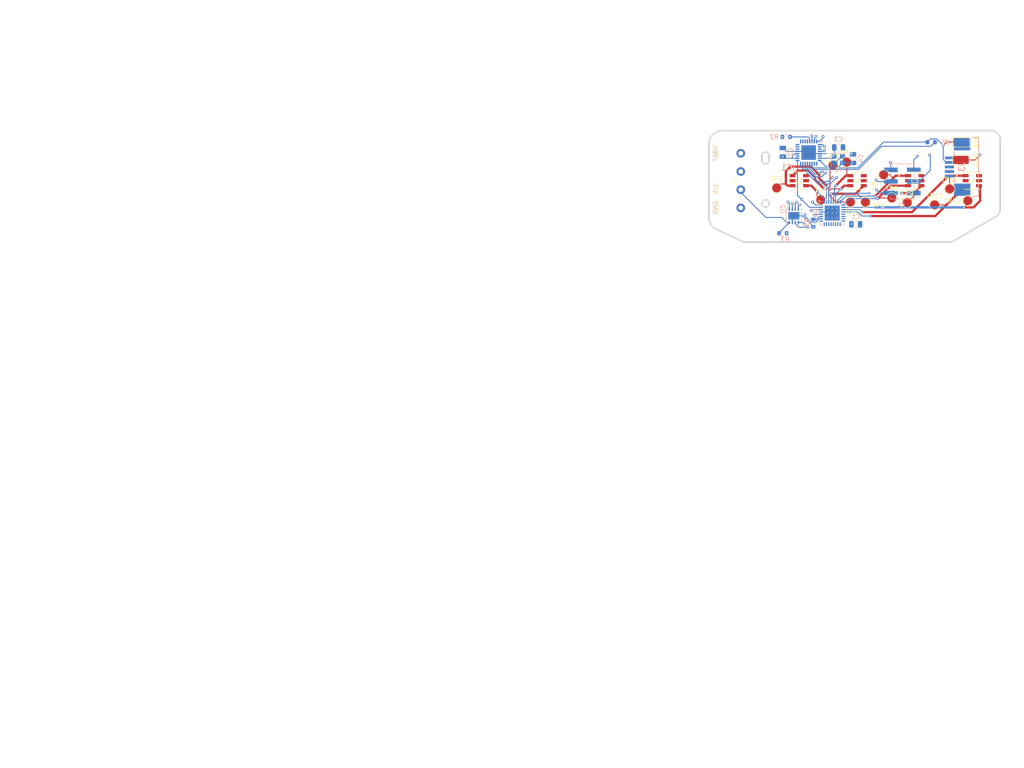
<source format=kicad_pcb>
(kicad_pcb (version 20241229) (generator "pcbnew") (generator_version "9.0")
  (layers (0 "F.Cu" signal) (4 "In1.Cu" signal) (6 "In2.Cu" signal) (2 "B.Cu" signal) (13 "F.Paste" user) (15 "B.Paste" user) (5 "F.SilkS" user "F.Silkscreen") (7 "B.SilkS" user "B.Silkscreen") (1 "F.Mask" user) (3 "B.Mask" user) (25 "Edge.Cuts" user))
  (net 0 "")
  (net 1 "+5V")
  (net 2 "GND")
  (net 3 "/uController/XTAL1")
  (net 4 "/uController/XTAL2")
  (net 7 "/uController/RST")
  (net 8 "/uController/MOSI")
  (net 9 "/LED_Driver/LAT")
  (net 11 "/uController/RSTN")
  (net 15 "/uController/TX")
  (net 16 "/LED_Driver/BLANK")
  (net 21 "/uController/SCK")
  (net 23 "/uController/EN")
  (net 24 "/uController/MISO")
  (net 27 "/uController/RX")
  (net 28 "+12V")
  (net 29 "/LED_Driver/R0")
  (net 30 "/LED_Driver/B0")
  (net 31 "/LED_Driver/G0")
  (net 32 "/LED_Driver/R1")
  (net 33 "/LED_Driver/G1")
  (net 34 "/LED_Driver/B1")
  (net 35 "/LED_Driver/B2")
  (net 36 "/LED_Driver/G2")
  (net 37 "/LED_Driver/R2")
  (net 38 "/LED_Driver/R3")
  (net 39 "/LED_Driver/G3")
  (net 40 "/LED_Driver/B3")
  (net 41 "Net-(U1-IREF)")
  (net 42 "/uController/LIN")
  (net 43 "/LED_Driver/B7")
  (net 44 "/LED_Driver/G6")
  (net 45 "/LED_Driver/SOUT")
  (net 46 "/LED_Driver/G4")
  (net 47 "/LED_Driver/R5")
  (net 48 "/LED_Driver/G7")
  (net 49 "/LED_Driver/B6")
  (net 50 "/LED_Driver/G5")
  (net 51 "/LED_Driver/R7")
  (net 52 "/LED_Driver/R4")
  (net 53 "/LED_Driver/B5")
  (net 54 "/LED_Driver/B4")
  (net 55 "/LED_Driver/R6")
  (net 56 "Net-(IC1-(PTCXY{slash}AIN1)_PD7)")
  (net 57 "Net-(IC1-(ICP1{slash}CLKO{slash}PTCXY)_PB0)")
  (footprint "00_RA_Library:LRTB GVSG_OSR" (layer "F.Cu") (at 258.39 142.7)
    (property "Reference" "L4")
    (property "Value" "RGB_LRTB")
  )
  (footprint "TestPoint:TestPoint_Keystone_5015_Micro_Mini" (layer "F.Cu") (at 255.93 134.21)
    (property "Reference" "BTN")
    (property "Value" "TestPoint_Keystone_5015_Micro_Mini")
  )
  (footprint "00_RA_Library:LRTB GVSG_OSR" (layer "F.Cu") (at 220.374999 142.7)
    (property "Reference" "L1")
    (property "Value" "RGB_LRTB")
  )
  (footprint "TestPoint:TestPoint_Pad_D2.0mm" (layer "F.Cu") (at 240.7 146.5)
    (property "Reference" "TP8")
    (property "Value" "TestPoint")
  )
  (footprint "TestPoint:TestPoint_Pad_D2.0mm" (layer "F.Cu") (at 244.1 147.5)
    (property "Reference" "TP9")
    (property "Value" "TestPoint")
  )
  (footprint "TestPoint:TestPoint_Pad_D2.0mm" (layer "F.Cu") (at 238.9 141.4)
    (property "Reference" "TP7")
    (property "Value" "TestPoint")
  )
  (footprint "TestPoint:TestPoint_Pad_D2.0mm" (layer "F.Cu") (at 225.1 146.9)
    (property "Reference" "TP3")
    (property "Value" "TestPoint")
  )
  (footprint "00_RA_Library:LRTB GVSG_OSR" (layer "F.Cu") (at 245.73 142.7)
    (property "Reference" "L3")
    (property "Value" "RGB_LRTB")
  )
  (footprint "00_RA_Library:LRTB GVSG_OSR" (layer "F.Cu") (at 233.06 142.7)
    (property "Reference" "L2")
    (property "Value" "RGB_LRTB")
  )
  (footprint "TestPoint:TestPoint_Keystone_5015_Micro_Mini" (layer "F.Cu") (at 255.89 138.15)
    (property "Reference" "GND")
    (property "Value" "TestPoint_Keystone_5015_Micro_Mini")
  )
  (footprint "TestPoint:TestPoint_Pad_D2.0mm" (layer "F.Cu") (at 230.8 138.6)
    (property "Reference" "TP4")
    (property "Value" "TestPoint")
  )
  (footprint "TestPoint:TestPoint_Pad_D2.0mm" (layer "F.Cu") (at 234.9 147.4)
    (property "Reference" "TP6")
    (property "Value" "TestPoint")
  )
  (footprint "TestPoint:TestPoint_Pad_D2.0mm" (layer "F.Cu") (at 231.6 147.4)
    (property "Reference" "TP5")
    (property "Value" "TestPoint")
  )
  (footprint "TestPoint:TestPoint_Pad_D2.0mm" (layer "F.Cu") (at 257.4 147.1)
    (property "Reference" "TP12")
    (property "Value" "TestPoint")
  )
  (footprint "TestPoint:TestPoint_Pad_D2.0mm" (layer "F.Cu") (at 250.1 148)
    (property "Reference" "TP11")
    (property "Value" "TestPoint")
  )
  (footprint "00_RA_Library:MCON1.2-4" (layer "F.Cu") (at 204.510005 142.679893 90)
    (property "Reference" "J1")
    (property "Value" "Conn_01x04_Pin")
  )
  (footprint "TestPoint:TestPoint_Pad_D2.0mm" (layer "F.Cu") (at 253.4 144.5)
    (property "Reference" "TP10")
    (property "Value" "TestPoint")
  )
  (footprint "TestPoint:TestPoint_Pad_D2.0mm" (layer "F.Cu") (at 227.8 139.3)
    (property "Reference" "TP1")
    (property "Value" "TestPoint")
  )
  (footprint "TestPoint:TestPoint_Pad_D2.0mm" (layer "F.Cu") (at 215.4 144.3)
    (property "Reference" "TP2")
    (property "Value" "TestPoint")
  )
  (footprint "00_RA_Library:HVSON8_3X3_NXP" (layer "B.Cu") (at 219.1694 150.4192 90)
    (property "Reference" "U2")
    (property "Value" "TJA1028TK/5V0/20/J")
  )
  (footprint "Capacitor_SMD:C_0805_2012Metric" (layer "B.Cu") (at 229.01 135.4)
    (property "Reference" "C3")
    (property "Value" "22 pF")
  )
  (footprint "Connector_PinSocket_2.54mm:PinSocket_2x03_P2.54mm_Vertical_SMD" (layer "B.Cu") (at 243.01 142.87)
    (property "Reference" "J2")
    (property "Value" "FLASH")
  )
  (footprint "Crystal:Crystal_SMD_2520-4Pin_2.5x2.0mm" (layer "B.Cu") (at 229.005 138.09)
    (property "Reference" "Y1")
    (property "Value" "Crystal_GND24")
  )
  (footprint "00_RA_Library:849525" (layer "B.Cu") (at 256.56 139.69 -90)
    (property "Reference" "J3")
    (property "Value" "84952-5" (hide yes))
  )
  (footprint "Resistor_SMD:R_0603_1608Metric" (layer "B.Cu") (at 217.5 133.08)
    (property "Reference" "R2")
    (property "Value" "10k")
  )
  (footprint "Capacitor_SMD:C_0805_2012Metric" (layer "B.Cu") (at 232.78 152.29 180)
    (property "Reference" "C1")
    (property "Value" "0.1uF")
  )
  (footprint "Resistor_SMD:R_0603_1608Metric" (layer "B.Cu") (at 216.75 154.25 180)
    (property "Reference" "R3")
    (property "Value" "1k")
  )
  (footprint "Capacitor_SMD:C_0805_2012Metric" (layer "B.Cu") (at 216.75 136.46 90)
    (property "Reference" "C2")
    (property "Value" "10 uF")
  )
  (footprint "Resistor_SMD:R_0603_1608Metric" (layer "B.Cu") (at 223.46 152.02 -90)
    (property "Reference" "R1")
    (property "Value" "1.6k")
  )
  (footprint "00_RA_Library:QFN50P500X500X90-33N-D" (layer "B.Cu") (at 222.42 136.52 180)
    (property "Reference" "IC1")
    (property "Value" "ATMEGA328PB-MUR" (hide yes))
  )
  (footprint "Resistor_SMD:R_0603_1608Metric" (layer "B.Cu") (at 249.36 134.23 180)
    (property "Reference" "R5")
    (property "Value" "10k")
  )
  (footprint "Package_DFN_QFN:QFN-32-1EP_5x5mm_P0.5mm_EP3.3x3.3mm_ThermalVias" (layer "B.Cu") (at 227.6 149.8125 -90)
    (property "Reference" "U1")
    (property "Value" "TLC5947RHB")
  )
  (footprint "Capacitor_SMD:C_0805_2012Metric" (layer "B.Cu") (at 232.17 137.86 90)
    (property "Reference" "C4")
    (property "Value" "22 pF")
  )
  (gr_arc (start 262.51 131.679847) (mid 263.924197 132.265636) (end 264.51 133.679847) (stroke (width 0.35)) (layer "Edge.Cuts"))
  (gr_arc (start 208.639915 156.199681) (mid 208.204128 156.163442) (end 207.793789 156.012296) (stroke (width 0.35)) (layer "Edge.Cuts"))
  (gr_line (start 254.351337 155.911917) (end 263.50998 150.624312) (stroke (width 0.35)) (layer "Edge.Cuts"))
  (gr_arc (start 202.232189 153.418871) (mid 200.969817 152.311821) (end 200.5 150.699878) (stroke (width 0.35)) (layer "Edge.Cuts"))
  (gr_line (start 200.499953 150.699878) (end 200.499953 134.700122) (stroke (width 0.35)) (layer "Edge.Cuts"))
  (gr_arc (start 213.747255 138.195852) (mid 212.95141 139.000017) (end 212.14728 138.204195) (stroke (width 0.35)) (layer "Edge.Cuts"))
  (gr_line (start 212.14728 137.200047) (end 212.14728 138.204195) (stroke (width 0.35)) (layer "Edge.Cuts"))
  (gr_circle (center 212.947268 147.7) (end 213.747268 147.7) (stroke (width 0.35)) (fill no) (layer "Edge.Cuts"))
  (gr_line (start 264.51 148.89225) (end 264.51 133.679847) (stroke (width 0.35)) (layer "Edge.Cuts"))
  (gr_line (start 213.747255 138.195852) (end 213.747255 137.2) (stroke (width 0.35)) (layer "Edge.Cuts"))
  (gr_arc (start 254.351337 155.911917) (mid 253.868981 156.111702) (end 253.351357 156.179855) (stroke (width 0.35)) (layer "Edge.Cuts"))
  (gr_arc (start 200.5 134.700122) (mid 201.384583 132.572851) (end 203.516713 131.700046) (stroke (width 0.35)) (layer "Edge.Cuts"))
  (gr_line (start 207.793789 156.012296) (end 202.232192 153.418872) (stroke (width 0.35)) (layer "Edge.Cuts"))
  (gr_arc (start 264.51 148.89225) (mid 264.242047 149.892252) (end 263.50998 150.624312) (stroke (width 0.35)) (layer "Edge.Cuts"))
  (gr_arc (start 212.14728 137.200047) (mid 212.947214 136.400042) (end 213.747268 137.2) (stroke (width 0.35)) (layer "Edge.Cuts"))
  (gr_line (start 203.516713 131.70004) (end 262.51 131.679847) (stroke (width 0.35)) (layer "Edge.Cuts"))
  (gr_line (start 253.351357 156.179855) (end 208.639915 156.199681) (stroke (width 0.35)) (layer "Edge.Cuts"))
  (gr_text "GND" (at 202.650005 150.079852 90) (layer "F.SilkS") (effects (font (size 1 1) (thickness 0.1)) (justify left bottom)))
  (gr_text "LIN" (at 202.650005 145.579852 90) (layer "F.SilkS") (effects (font (size 1 1) (thickness 0.1)) (justify left bottom)))
  (gr_text "VBAT" (at 202.650005 138.179852 90) (layer "F.SilkS") (effects (font (size 1 1) (thickness 0.1)) (justify left bottom)))
  (gr_text "LIN" (at 202.550005 143.379852 90) (layer "B.SilkS") (effects (font (size 1 1) (thickness 0.1)) (justify left bottom mirror)))
  (gr_text "VBAT" (at 202.550005 134.979852 90) (layer "B.SilkS") (effects (font (size 1 1) (thickness 0.1)) (justify left bottom mirror)))
  (gr_text "GND" (at 202.550005 147.079852 90) (layer "B.SilkS") (effects (font (size 1 1) (thickness 0.1)) (justify left bottom mirror)))
  (via (at 231.85 152.21) (size 0.6) (drill 0.3) (layers "F.Cu" "B.Cu") (net 1))
  (via (at 216.675 133.08) (size 0.6) (drill 0.3) (layers "F.Cu" "B.Cu") (net 1))
  (via (at 216.75 137.41) (size 0.6) (drill 0.3) (layers "F.Cu" "B.Cu") (net 1))
  (via (at 220.44 148) (size 0.6) (drill 0.3) (layers "F.Cu" "B.Cu") (net 1))
  (via (at 223.77 150.29) (size 0.6) (drill 0.3) (layers "F.Cu" "B.Cu") (net 1))
  (via (at 225.898909 136.048909) (size 0.6) (drill 0.3) (layers "F.Cu" "B.Cu") (net 1))
  (via (at 246.31 137.32) (size 0.6) (drill 0.3) (layers "F.Cu" "B.Cu") (net 1))
  (segment (start 245.53 140.33) (end 245.53 140.04) (width 0.2) (layer "B.Cu") (net 1))
  (segment (start 225.801091 136.048909) (end 225.58 136.27) (width 0.2) (layer "B.Cu") (net 1))
  (segment (start 219.97 136.77) (end 219.345 136.77) (width 0.2) (layer "B.Cu") (net 1))
  (segment (start 225.1625 150.0625) (end 223.9975 150.0625) (width 0.2) (layer "B.Cu") (net 1))
  (segment (start 219.345 136.77) (end 218.83 137.285) (width 0.2) (layer "B.Cu") (net 1))
  (segment (start 218.83 137.285) (end 218.83 137.77) (width 0.2) (layer "B.Cu") (net 1))
  (segment (start 223.9975 150.0625) (end 223.77 150.29) (width 0.2) (layer "B.Cu") (net 1))
  (segment (start 218.83 137.77) (end 219.97 137.77) (width 0.2) (layer "B.Cu") (net 1))
  (segment (start 225.58 136.27) (end 224.87 136.27) (width 0.2) (layer "B.Cu") (net 1))
  (segment (start 217.11 137.77) (end 218.83 137.77) (width 0.2) (layer "B.Cu") (net 1))
  (segment (start 245.53 138.1) (end 246.31 137.32) (width 0.2) (layer "B.Cu") (net 1))
  (segment (start 231.83 152.23) (end 231.85 152.21) (width 0.2) (layer "B.Cu") (net 1))
  (segment (start 225.898909 136.048909) (end 225.801091 136.048909) (width 0.2) (layer "B.Cu") (net 1))
  (segment (start 220.16 148.9484) (end 220.16 148.28) (width 0.2) (layer "B.Cu") (net 1))
  (segment (start 216.75 137.41) (end 217.11 137.77) (width 0.2) (layer "B.Cu") (net 1))
  (segment (start 245.53 140.33) (end 245.53 138.1) (width 0.2) (layer "B.Cu") (net 1))
  (segment (start 220.16 148.28) (end 220.44 148) (width 0.2) (layer "B.Cu") (net 1))
  (segment (start 231.83 152.29) (end 231.83 152.23) (width 0.2) (layer "B.Cu") (net 1))
  (segment (start 255.89 138.15) (end 258.93 138.15) (width 0.2) (layer "F.Cu") (net 2))
  (segment (start 258.93 138.15) (end 260.05 137.03) (width 0.2) (layer "F.Cu") (net 2))
  (via (at 223.46 152.845) (size 0.6) (drill 0.3) (layers "F.Cu" "B.Cu") (net 2))
  (via (at 260.05 137.03) (size 0.6) (drill 0.3) (layers "F.Cu" "B.Cu") (net 2))
  (segment (start 219.97 136.27) (end 222.17 136.27) (width 0.2) (layer "B.Cu") (net 2))
  (segment (start 221.06946 150.4192) (end 223.46 152.80974) (width 0.2) (layer "B.Cu") (net 2))
  (segment (start 217.51 136.27) (end 216.75 135.51) (width 0.2) (layer "B.Cu") (net 2))
  (segment (start 219.1694 150.4192) (end 221.06946 150.4192) (width 0.2) (layer "B.Cu") (net 2))
  (segment (start 224.87 136.77) (end 226.39 136.77) (width 0.2) (layer "B.Cu") (net 2))
  (segment (start 218.8392 150.7494) (end 219.1694 150.4192) (width 0.2) (layer "B.Cu") (net 2))
  (segment (start 228.13 138.79) (end 228.205 138.79) (width 0.2) (layer "B.Cu") (net 2))
  (segment (start 219.97 136.27) (end 217.51 136.27) (width 0.2) (layer "B.Cu") (net 2))
  (segment (start 224.87 136.77) (end 222.67 136.77) (width 0.2) (layer "B.Cu") (net 2))
  (segment (start 228.205 138.79) (end 229.605 137.39) (width 0.2) (layer "B.Cu") (net 2))
  (segment (start 218.8392 151.89) (end 218.8392 150.7494) (width 0.2) (layer "B.Cu") (net 2))
  (segment (start 225.1625 149.5625) (end 227.35 149.5625) (width 0.2) (layer "B.Cu") (net 2))
  (segment (start 222.67 136.77) (end 222.42 136.52) (width 0.2) (layer "B.Cu") (net 2))
  (segment (start 223.46 152.80974) (end 223.46 152.845) (width 0.2) (layer "B.Cu") (net 2))
  (segment (start 229.605 137.39) (end 229.88 137.39) (width 0.2) (layer "B.Cu") (net 2))
  (segment (start 227.35 149.5625) (end 227.6 149.8125) (width 0.2) (layer "B.Cu") (net 2))
  (segment (start 222.17 136.27) (end 222.42 136.52) (width 0.2) (layer "B.Cu") (net 2))
  (segment (start 228.13 137.39) (end 228.13 135.47) (width 0.2) (layer "B.Cu") (net 3))
  (segment (start 227.75 137.77) (end 228.13 137.39) (width 0.2) (layer "B.Cu") (net 3))
  (segment (start 224.87 137.77) (end 227.75 137.77) (width 0.2) (layer "B.Cu") (net 3))
  (segment (start 228.13 135.47) (end 228.06 135.4) (width 0.2) (layer "B.Cu") (net 3))
  (segment (start 232.15 138.79) (end 232.17 138.81) (width 0.2) (layer "B.Cu") (net 4))
  (segment (start 224.87 138.27) (end 226.141 139.541) (width 0.2) (layer "B.Cu") (net 4))
  (segment (start 229.129 139.541) (end 229.88 138.79) (width 0.2) (layer "B.Cu") (net 4))
  (segment (start 226.141 139.541) (end 229.129 139.541) (width 0.2) (layer "B.Cu") (net 4))
  (segment (start 229.88 138.79) (end 232.15 138.79) (width 0.2) (layer "B.Cu") (net 4))
  (via (at 218.325 133.08) (size 0.6) (drill 0.3) (layers "F.Cu" "B.Cu") (net 7))
  (via (at 249 137.09) (size 0.6) (drill 0.3) (layers "F.Cu" "B.Cu") (net 7))
  (segment (start 246.7 142.87) (end 245.53 142.87) (width 0.2) (layer "B.Cu") (net 7))
  (segment (start 218.325 133.08) (end 222.305 133.08) (width 0.2) (layer "B.Cu") (net 7))
  (segment (start 222.305 133.08) (end 222.67 133.445) (width 0.2) (layer "B.Cu") (net 7))
  (segment (start 249.16 140.41) (end 246.7 142.87) (width 0.2) (layer "B.Cu") (net 7))
  (segment (start 249 137.09) (end 249.16 137.25) (width 0.2) (layer "B.Cu") (net 7))
  (segment (start 222.67 133.445) (end 222.67 134.07) (width 0.2) (layer "B.Cu") (net 7))
  (segment (start 249.16 137.25) (end 249.16 140.41) (width 0.2) (layer "B.Cu") (net 7))
  (via (at 227.66 141.98) (size 0.6) (drill 0.3) (layers "F.Cu" "B.Cu") (net 8))
  (via (at 223.27 147.38) (size 0.6) (drill 0.3) (layers "F.Cu" "B.Cu") (net 8))
  (via (at 237.26 142.57) (size 0.6) (drill 0.3) (layers "F.Cu" "B.Cu") (net 8))
  (segment (start 226.78 142.86) (end 224.431388 142.86) (width 0.2) (layer "B.Cu") (net 8))
  (segment (start 227.66 141.98) (end 226.78 142.86) (width 0.2) (layer "B.Cu") (net 8))
  (segment (start 240.49 142.87) (end 237.56 142.87) (width 0.2) (layer "B.Cu") (net 8))
  (segment (start 224.431388 142.86) (end 221.17 139.598612) (width 0.2) (layer "B.Cu") (net 8))
  (segment (start 223.9525 148.0625) (end 225.1625 148.0625) (width 0.2) (layer "B.Cu") (net 8))
  (segment (start 221.17 139.598612) (end 221.17 138.97) (width 0.2) (layer "B.Cu") (net 8))
  (segment (start 237.56 142.87) (end 237.26 142.57) (width 0.2) (layer "B.Cu") (net 8))
  (segment (start 223.27 147.38) (end 223.9525 148.0625) (width 0.2) (layer "B.Cu") (net 8))
  (via (at 221.6 150.15) (size 0.6) (drill 0.3) (layers "F.Cu" "B.Cu") (net 9))
  (via (at 226.18 140.98) (size 0.6) (drill 0.3) (layers "F.Cu" "B.Cu") (net 9))
  (segment (start 223.996412 151.846) (end 222.992648 151.846) (width 0.2) (layer "B.Cu") (net 9))
  (segment (start 225.1625 151.0625) (end 224.779912 151.0625) (width 0.2) (layer "B.Cu") (net 9))
  (segment (start 221.6 150.453352) (end 221.6 150.15) (width 0.2) (layer "B.Cu") (net 9))
  (segment (start 224.46 141.86) (end 223.935 141.86) (width 0.2) (layer "B.Cu") (net 9))
  (segment (start 226.18 140.98) (end 225.31 141.85) (width 0.2) (layer "B.Cu") (net 9))
  (segment (start 224.47 141.85) (end 224.46 141.86) (width 0.2) (layer "B.Cu") (net 9))
  (segment (start 223.935 141.86) (end 221.67 139.595) (width 0.2) (layer "B.Cu") (net 9))
  (segment (start 221.67 139.595) (end 221.67 138.97) (width 0.2) (layer "B.Cu") (net 9))
  (segment (start 225.31 141.85) (end 224.47 141.85) (width 0.2) (layer "B.Cu") (net 9))
  (segment (start 222.992648 151.846) (end 221.6 150.453352) (width 0.2) (layer "B.Cu") (net 9))
  (segment (start 224.779912 151.0625) (end 223.996412 151.846) (width 0.2) (layer "B.Cu") (net 9))
  (via (at 219.82 147.43) (size 0.6) (drill 0.3) (layers "F.Cu" "B.Cu") (net 11))
  (via (at 225.61 132.98) (size 0.6) (drill 0.3) (layers "F.Cu" "B.Cu") (net 11))
  (segment (start 224.77 134.07) (end 224.17 134.07) (width 0.2) (layer "B.Cu") (net 11))
  (segment (start 219.4996 147.7504) (end 219.82 147.43) (width 0.2) (layer "B.Cu") (net 11))
  (segment (start 225.61 132.98) (end 225.61 133.23) (width 0.2) (layer "B.Cu") (net 11))
  (segment (start 225.61 133.23) (end 224.77 134.07) (width 0.2) (layer "B.Cu") (net 11))
  (segment (start 219.4996 148.9484) (end 219.4996 147.7504) (width 0.2) (layer "B.Cu") (net 11))
  (via (at 218.89 147.76) (size 0.6) (drill 0.3) (layers "F.Cu" "B.Cu") (net 15))
  (via (at 224.02 132.99) (size 0.6) (drill 0.3) (layers "F.Cu" "B.Cu") (net 15))
  (segment (start 224.02 133.18) (end 223.67 133.53) (width 0.2) (layer "B.Cu") (net 15))
  (segment (start 224.02 132.99) (end 224.02 133.18) (width 0.2) (layer "B.Cu") (net 15))
  (segment (start 223.67 133.53) (end 223.67 134.07) (width 0.2) (layer "B.Cu") (net 15))
  (segment (start 218.8392 147.8108) (end 218.89 147.76) (width 0.2) (layer "B.Cu") (net 15))
  (segment (start 218.8392 148.9484) (end 218.8392 147.8108) (width 0.2) (layer "B.Cu") (net 15))
  (via (at 222.98 149.27) (size 0.6) (drill 0.3) (layers "F.Cu" "B.Cu") (net 16))
  (via (at 225.453686 140.793) (size 0.6) (drill 0.3) (layers "F.Cu" "B.Cu") (net 16))
  (segment (start 224.471 141.299) (end 223.874 141.299) (width 0.2) (layer "B.Cu") (net 16))
  (segment (start 225.1625 149.0625) (end 223.1875 149.0625) (width 0.2) (layer "B.Cu") (net 16))
  (segment (start 223.1875 149.0625) (end 222.98 149.27) (width 0.2) (layer "B.Cu") (net 16))
  (segment (start 223.874 141.299) (end 222.17 139.595) (width 0.2) (layer "B.Cu") (net 16))
  (segment (start 222.17 139.595) (end 222.17 138.97) (width 0.2) (layer "B.Cu") (net 16))
  (segment (start 225.453686 140.793) (end 224.977 140.793) (width 0.2) (layer "B.Cu") (net 16))
  (segment (start 224.977 140.793) (end 224.471 141.299) (width 0.2) (layer "B.Cu") (net 16))
  (via (at 240.4 138.73) (size 0.6) (drill 0.3) (layers "F.Cu" "B.Cu") (net 21))
  (via (at 220.84 146.78) (size 0.6) (drill 0.3) (layers "F.Cu" "B.Cu") (net 21))
  (segment (start 240.49 140.33) (end 240.49 138.82) (width 0.2) (layer "B.Cu") (net 21))
  (segment (start 220.84 146.78) (end 219.97 145.91) (width 0.2) (layer "B.Cu") (net 21))
  (segment (start 225.1625 148.5625) (end 222.6225 148.5625) (width 0.2) (layer "B.Cu") (net 21))
  (segment (start 222.6225 148.5625) (end 220.84 146.78) (width 0.2) (layer "B.Cu") (net 21))
  (segment (start 219.97 145.91) (end 219.97 138.27) (width 0.2) (layer "B.Cu") (net 21))
  (segment (start 240.49 138.82) (end 240.4 138.73) (width 0.2) (layer "B.Cu") (net 21))
  (via (at 222.259 152.931) (size 0.6) (drill 0.3) (layers "F.Cu" "B.Cu") (net 23))
  (via (at 225.94 135.23) (size 0.6) (drill 0.3) (layers "F.Cu" "B.Cu") (net 23))
  (segment (start 225.94 135.23) (end 225.48 134.77) (width 0.2) (layer "B.Cu") (net 23))
  (segment (start 220.314801 152.931) (end 222.259 152.931) (width 0.2) (layer "B.Cu") (net 23))
  (segment (start 225.48 134.77) (end 224.87 134.77) (width 0.2) (layer "B.Cu") (net 23))
  (segment (start 219.4996 152.115799) (end 220.314801 152.931) (width 0.2) (layer "B.Cu") (net 23))
  (segment (start 219.4996 151.89) (end 219.4996 152.115799) (width 0.2) (layer "B.Cu") (net 23))
  (via (at 228.62 142) (size 0.6) (drill 0.3) (layers "F.Cu" "B.Cu") (net 24))
  (via (at 237.28 144.69) (size 0.6) (drill 0.3) (layers "F.Cu" "B.Cu") (net 24))
  (segment (start 228.57 142) (end 227.16 143.41) (width 0.2) (layer "B.Cu") (net 24))
  (segment (start 238 145.41) (end 237.28 144.69) (width 0.2) (layer "B.Cu") (net 24))
  (segment (start 220.67 139.595) (end 220.67 138.97) (width 0.2) (layer "B.Cu") (net 24))
  (segment (start 227.16 143.41) (end 224.485 143.41) (width 0.2) (layer "B.Cu") (net 24))
  (segment (start 224.485 143.41) (end 220.67 139.595) (width 0.2) (layer "B.Cu") (net 24))
  (segment (start 228.62 142) (end 228.57 142) (width 0.2) (layer "B.Cu") (net 24))
  (segment (start 240.49 145.41) (end 238 145.41) (width 0.2) (layer "B.Cu") (net 24))
  (via (at 217.87 147.41) (size 0.6) (drill 0.3) (layers "F.Cu" "B.Cu") (net 27))
  (via (at 223.11 132.83) (size 0.6) (drill 0.3) (layers "F.Cu" "B.Cu") (net 27))
  (segment (start 223.11 132.83) (end 223.11 133.06) (width 0.2) (layer "B.Cu") (net 27))
  (segment (start 223.11 133.06) (end 223.17 133.12) (width 0.2) (layer "B.Cu") (net 27))
  (segment (start 218.1788 147.7188) (end 217.87 147.41) (width 0.2) (layer "B.Cu") (net 27))
  (segment (start 223.17 133.12) (end 223.17 134.07) (width 0.2) (layer "B.Cu") (net 27))
  (segment (start 218.1788 148.9484) (end 218.1788 147.7188) (width 0.2) (layer "B.Cu") (net 27))
  (via (at 221.6 152.38) (size 0.6) (drill 0.3) (layers "F.Cu" "B.Cu") (net 28))
  (via (at 217.575 154.25) (size 0.6) (drill 0.3) (layers "F.Cu" "B.Cu") (net 28))
  (segment (start 220.16 151.89) (end 221.11 151.89) (width 0.2) (layer "B.Cu") (net 28))
  (segment (start 221.11 151.89) (end 221.6 152.38) (width 0.2) (layer "B.Cu") (net 28))
  (segment (start 225.1 146.9) (end 224.25 146.05) (width 0.2) (layer "F.Cu") (net 29))
  (segment (start 223.01 143.8) (end 224.25 145.04) (width 0.5) (layer "F.Cu") (net 29))
  (segment (start 224.25 146.05) (end 224.25 145.04) (width 0.2) (layer "F.Cu") (net 29))
  (segment (start 221.85 143.8) (end 223.01 143.8) (width 0.5) (layer "F.Cu") (net 29))
  (via (at 224.25 145.04) (size 0.6) (drill 0.3) (layers "F.Cu" "B.Cu") (net 29))
  (segment (start 224.25 145.06) (end 225.85 146.66) (width 0.2) (layer "B.Cu") (net 29))
  (segment (start 225.85 146.66) (end 225.85 147.375) (width 0.2) (layer "B.Cu") (net 29))
  (segment (start 224.25 145.04) (end 224.25 145.06) (width 0.2) (layer "B.Cu") (net 29))
  (segment (start 216.28 143.42) (end 217.42 143.42) (width 0.2) (layer "F.Cu") (net 30))
  (segment (start 222.93 139.61) (end 218.43 139.61) (width 0.5) (layer "F.Cu") (net 30))
  (segment (start 224.752654 141.432654) (end 222.93 139.61) (width 0.5) (layer "F.Cu") (net 30))
  (segment (start 226.527528 143.979254) (end 224.752654 142.20438) (width 0.5) (layer "F.Cu") (net 30))
  (segment (start 218.43 139.61) (end 217.42 140.62) (width 0.5) (layer "F.Cu") (net 30))
  (segment (start 217.42 143.42) (end 217.8 143.8) (width 0.5) (layer "F.Cu") (net 30))
  (segment (start 217.8 143.8) (end 218.899998 143.8) (width 0.5) (layer "F.Cu") (net 30))
  (segment (start 215.4 144.3) (end 216.28 143.42) (width 0.2) (layer "F.Cu") (net 30))
  (segment (start 224.752654 142.20438) (end 224.752654 141.432654) (width 0.5) (layer "F.Cu") (net 30))
  (segment (start 217.42 140.62) (end 217.42 143.42) (width 0.5) (layer "F.Cu") (net 30))
  (via (at 226.527528 143.979254) (size 0.6) (drill 0.3) (layers "F.Cu" "B.Cu") (net 30))
  (segment (start 226.527528 143.979254) (end 226.85 144.301726) (width 0.2) (layer "B.Cu") (net 30))
  (segment (start 226.85 144.301726) (end 226.85 147.375) (width 0.2) (layer "B.Cu") (net 30))
  (segment (start 222.31 140.46) (end 220.039998 140.46) (width 0.5) (layer "F.Cu") (net 31))
  (segment (start 220.039998 140.46) (end 218.899998 141.6) (width 0.5) (layer "F.Cu") (net 31))
  (segment (start 223.84 141.99) (end 222.31 140.46) (width 0.5) (layer "F.Cu") (net 31))
  (segment (start 225.9 144.39) (end 225.7 144.39) (width 0.5) (layer "F.Cu") (net 31))
  (segment (start 226.75576 144.530254) (end 227.109 144.177014) (width 0.2) (layer "F.Cu") (net 31))
  (segment (start 227.109 144.177014) (end 227.109 139.991) (width 0.2) (layer "F.Cu") (net 31))
  (segment (start 225.9 144.39) (end 226.040254 144.530254) (width 0.2) (layer "F.Cu") (net 31))
  (segment (start 225.7 144.39) (end 223.84 142.53) (width 0.5) (layer "F.Cu") (net 31))
  (segment (start 226.040254 144.530254) (end 226.75576 144.530254) (width 0.2) (layer "F.Cu") (net 31))
  (segment (start 223.84 142.53) (end 223.84 141.99) (width 0.5) (layer "F.Cu") (net 31))
  (segment (start 227.109 139.991) (end 227.8 139.3) (width 0.2) (layer "F.Cu") (net 31))
  (via (at 225.9 144.39) (size 0.6) (drill 0.3) (layers "F.Cu" "B.Cu") (net 31))
  (segment (start 225.9 144.39) (end 226.35 144.84) (width 0.2) (layer "B.Cu") (net 31))
  (segment (start 226.35 144.84) (end 226.35 147.375) (width 0.2) (layer "B.Cu") (net 31))
  (segment (start 234.535001 143.8) (end 232.917501 145.417501) (width 0.5) (layer "F.Cu") (net 32))
  (segment (start 232.917501 145.417501) (end 232.765001 145.57) (width 0.5) (layer "F.Cu") (net 32))
  (segment (start 234.9 147.4) (end 232.917501 145.417501) (width 0.2) (layer "F.Cu") (net 32))
  (segment (start 232.765001 145.57) (end 227.45 145.57) (width 0.5) (layer "F.Cu") (net 32))
  (via (at 227.45 145.57) (size 0.6) (drill 0.3) (layers "F.Cu" "B.Cu") (net 32))
  (segment (start 227.35 147.375) (end 227.35 145.67) (width 0.2) (layer "B.Cu") (net 32))
  (segment (start 227.35 145.67) (end 227.45 145.57) (width 0.2) (layer "B.Cu") (net 32))
  (segment (start 230.8 141.38) (end 230.58 141.6) (width 0.2) (layer "F.Cu") (net 33))
  (segment (start 231.584999 141.6) (end 230.58 141.6) (width 0.5) (layer "F.Cu") (net 33))
  (segment (start 230.8 138.6) (end 230.8 141.38) (width 0.2) (layer "F.Cu") (net 33))
  (segment (start 230.58 141.6) (end 228.44 143.74) (width 0.5) (layer "F.Cu") (net 33))
  (via (at 228.44 143.74) (size 0.6) (drill 0.3) (layers "F.Cu" "B.Cu") (net 33))
  (segment (start 228.1 144.08) (end 228.1 145.86) (width 0.2) (layer "B.Cu") (net 33))
  (segment (start 228.1 145.86) (end 227.9 146.06) (width 0.2) (layer "B.Cu") (net 33))
  (segment (start 228.44 143.74) (end 228.1 144.08) (width 0.2) (layer "B.Cu") (net 33))
  (segment (start 227.85 146.992412) (end 227.85 147.375) (width 0.2) (layer "B.Cu") (net 33))
  (segment (start 227.9 146.06) (end 227.9 146.942412) (width 0.2) (layer "B.Cu") (net 33))
  (segment (start 227.9 146.942412) (end 227.85 146.992412) (width 0.2) (layer "B.Cu") (net 33))
  (segment (start 231.6 147.4) (end 228.459 147.4) (width 0.2) (layer "F.Cu") (net 34))
  (segment (start 226.829381 145.770381) (end 226.829381 145.027851) (width 0.2) (layer "F.Cu") (net 34))
  (segment (start 227.347232 144.51) (end 229.52 144.51) (width 0.2) (layer "F.Cu") (net 34))
  (segment (start 228.459 147.4) (end 226.829381 145.770381) (width 0.2) (layer "F.Cu") (net 34))
  (segment (start 231.584999 143.8) (end 230.23 143.8) (width 0.5) (layer "F.Cu") (net 34))
  (segment (start 230.23 143.8) (end 229.52 144.51) (width 0.5) (layer "F.Cu") (net 34))
  (segment (start 226.829381 145.027851) (end 227.347232 144.51) (width 0.2) (layer "F.Cu") (net 34))
  (via (at 229.52 144.51) (size 0.6) (drill 0.3) (layers "F.Cu" "B.Cu") (net 34))
  (segment (start 228.35 147.375) (end 228.35 146.106389) (width 0.2) (layer "B.Cu") (net 34))
  (segment (start 228.451 146.005388) (end 228.451 145.579) (width 0.2) (layer "B.Cu") (net 34))
  (segment (start 228.35 146.106389) (end 228.451 146.005388) (width 0.2) (layer "B.Cu") (net 34))
  (segment (start 228.451 145.579) (end 229.52 144.51) (width 0.2) (layer "B.Cu") (net 34))
  (segment (start 240.420768 143.8) (end 244.254999 143.8) (width 0.5) (layer "F.Cu") (net 35))
  (segment (start 237.720768 146.5) (end 237.570768 146.65) (width 0.2) (layer "F.Cu") (net 35))
  (segment (start 240.7 146.5) (end 237.720768 146.5) (width 0.2) (layer "F.Cu") (net 35))
  (segment (start 237.570768 146.65) (end 240.420768 143.8) (width 0.5) (layer "F.Cu") (net 35))
  (via (at 237.570768 146.65) (size 0.6) (drill 0.3) (layers "F.Cu" "B.Cu") (net 35))
  (segment (start 237.570768 146.65) (end 231.45 146.65) (width 0.2) (layer "B.Cu") (net 35))
  (segment (start 231.45 146.65) (end 230.0375 148.0625) (width 0.2) (layer "B.Cu") (net 35))
  (segment (start 241.025 142.125) (end 237.05 146.1) (width 0.5) (layer "F.Cu") (net 36))
  (segment (start 238.9 141.4) (end 240.3 141.4) (width 0.2) (layer "F.Cu") (net 36))
  (segment (start 240.3 141.4) (end 241.025 142.125) (width 0.2) (layer "F.Cu") (net 36))
  (segment (start 241.55 141.6) (end 241.025 142.125) (width 0.5) (layer "F.Cu") (net 36))
  (segment (start 244.254999 141.6) (end 241.55 141.6) (width 0.5) (layer "F.Cu") (net 36))
  (via (at 237.05 146.1) (size 0.6) (drill 0.3) (layers "F.Cu" "B.Cu") (net 36))
  (segment (start 237.05 146.1) (end 230.625 146.1) (width 0.2) (layer "B.Cu") (net 36))
  (segment (start 230.625 146.1) (end 229.35 147.375) (width 0.2) (layer "B.Cu") (net 36))
  (segment (start 244.1 147.5) (end 245.555001 146.044999) (width 0.2) (layer "F.Cu") (net 37))
  (segment (start 242.777329 145.45) (end 245.555001 145.45) (width 0.5) (layer "F.Cu") (net 37))
  (segment (start 245.555001 146.044999) (end 245.555001 145.45) (width 0.2) (layer "F.Cu") (net 37))
  (segment (start 245.555001 145.45) (end 247.205001 143.8) (width 0.5) (layer "F.Cu") (net 37))
  (via (at 242.777329 145.45) (size 0.6) (drill 0.3) (layers "F.Cu" "B.Cu") (net 37))
  (via (at 235.75 145.47) (size 0.6) (drill 0.3) (layers "F.Cu" "B.Cu") (net 37))
  (segment (start 235.75 145.47) (end 230.372412 145.47) (width 0.2) (layer "B.Cu") (net 37))
  (segment (start 230.372412 145.47) (end 228.85 146.992412) (width 0.2) (layer "B.Cu") (net 37))
  (segment (start 228.85 146.992412) (end 228.85 147.375) (width 0.2) (layer "B.Cu") (net 37))
  (segment (start 260.1 144.034999) (end 259.865001 143.8) (width 0.5) (layer "F.Cu") (net 38))
  (segment (start 260.1 147.11) (end 260.1 144.034999) (width 0.5) (layer "F.Cu") (net 38))
  (segment (start 256.6 148.5625) (end 258.6475 148.5625) (width 0.5) (layer "F.Cu") (net 38))
  (segment (start 257.4 147.7625) (end 257.4 147.1) (width 0.2) (layer "F.Cu") (net 38))
  (segment (start 258.6475 148.5625) (end 260.1 147.11) (width 0.5) (layer "F.Cu") (net 38))
  (segment (start 256.6 148.5625) (end 257.4 147.7625) (width 0.2) (layer "F.Cu") (net 38))
  (via (at 256.6 148.5625) (size 0.6) (drill 0.3) (layers "F.Cu" "B.Cu") (net 38))
  (segment (start 256.6 148.5625) (end 236.99 148.5625) (width 0.5) (layer "B.Cu") (net 38))
  (segment (start 230.0375 148.5625) (end 236.99 148.5625) (width 0.2) (layer "B.Cu") (net 38))
  (segment (start 253.14 141.6) (end 256.914999 141.6) (width 0.5) (layer "F.Cu") (net 39))
  (segment (start 253.4 144.5) (end 253.4 141.86) (width 0.2) (layer "F.Cu") (net 39))
  (segment (start 253.4 141.86) (end 253.14 141.6) (width 0.2) (layer "F.Cu") (net 39))
  (segment (start 245.12 149.62) (end 253.14 141.6) (width 0.5) (layer "F.Cu") (net 39))
  (segment (start 234.21 149.62) (end 245.12 149.62) (width 0.5) (layer "F.Cu") (net 39))
  (via (at 234.21 149.62) (size 0.6) (drill 0.3) (layers "F.Cu" "B.Cu") (net 39))
  (segment (start 230.0375 149.0625) (end 233.6525 149.0625) (width 0.2) (layer "B.Cu") (net 39))
  (segment (start 233.6525 149.0625) (end 234.21 149.62) (width 0.2) (layer "B.Cu") (net 39))
  (segment (start 250.1 148) (end 252.715 148) (width 0.2) (layer "F.Cu") (net 40))
  (segment (start 252.715 148) (end 252.9575 147.7575) (width 0.2) (layer "F.Cu") (net 40))
  (segment (start 250.244999 150.47) (end 252.9575 147.7575) (width 0.5) (layer "F.Cu") (net 40))
  (segment (start 252.9575 147.7575) (end 256.914999 143.8) (width 0.5) (layer "F.Cu") (net 40))
  (segment (start 236.02 150.47) (end 250.244999 150.47) (width 0.5) (layer "F.Cu") (net 40))
  (via (at 236.02 150.47) (size 0.6) (drill 0.3) (layers "F.Cu" "B.Cu") (net 40))
  (segment (start 234.11 150.47) (end 236.02 150.47) (width 0.2) (layer "B.Cu") (net 40))
  (segment (start 230.0375 149.5625) (end 233.2025 149.5625) (width 0.2) (layer "B.Cu") (net 40))
  (segment (start 233.2025 149.5625) (end 234.11 150.47) (width 0.2) (layer "B.Cu") (net 40))
  (segment (start 224.779912 150.5625) (end 225.1625 150.5625) (width 0.2) (layer "B.Cu") (net 41))
  (segment (start 224.147412 151.195) (end 224.779912 150.5625) (width 0.2) (layer "B.Cu") (net 41))
  (segment (start 223.46 151.195) (end 224.147412 151.195) (width 0.2) (layer "B.Cu") (net 41))
  (segment (start 215.925 154.1438) (end 218.1788 151.89) (width 0.2) (layer "B.Cu") (net 42))
  (segment (start 207.510005 145.260005) (end 207.510005 144.679893) (width 0.2) (layer "B.Cu") (net 42))
  (segment (start 213.025 150.775) (end 207.510005 145.260005) (width 0.2) (layer "B.Cu") (net 42))
  (segment (start 215.925 154.25) (end 215.925 154.1438) (width 0.2) (layer "B.Cu") (net 42))
  (segment (start 216.5 150.775) (end 213.025 150.775) (width 0.2) (layer "B.Cu") (net 42))
  (segment (start 218.1788 151.89) (end 217.615 151.89) (width 0.2) (layer "B.Cu") (net 42))
  (segment (start 217.615 151.89) (end 216.5 150.775) (width 0.2) (layer "B.Cu") (net 42))
  (segment (start 252.716648 134.21) (end 252 134.926648) (width 0.2) (layer "F.Cu") (net 56))
  (segment (start 255.93 134.21) (end 252.716648 134.21) (width 0.2) (layer "F.Cu") (net 56))
  (via (at 252 134.926648) (size 0.6) (drill 0.3) (layers "F.Cu" "B.Cu") (net 56))
  (segment (start 252 138.025) (end 252 134.926648) (width 0.2) (layer "B.Cu") (net 56))
  (segment (start 252.665 138.69) (end 252 138.025) (width 0.2) (layer "B.Cu") (net 56))
  (segment (start 233.208 139.892) (end 225.995612 139.892) (width 0.2) (layer "B.Cu") (net 56))
  (segment (start 248.535 134.23) (end 238.87 134.23) (width 0.2) (layer "B.Cu") (net 56))
  (segment (start 250.577352 133.504) (end 249.261 133.504) (width 0.2) (layer "B.Cu") (net 56))
  (segment (start 252 134.926648) (end 250.577352 133.504) (width 0.2) (layer "B.Cu") (net 56))
  (segment (start 225.992612 139.889) (end 223.464 139.889) (width 0.2) (layer "B.Cu") (net 56))
  (segment (start 223.464 139.889) (end 223.17 139.595) (width 0.2) (layer "B.Cu") (net 56))
  (segment (start 223.17 139.595) (end 223.17 138.97) (width 0.2) (layer "B.Cu") (net 56))
  (segment (start 225.995612 139.892) (end 225.992612 139.889) (width 0.2) (layer "B.Cu") (net 56))
  (segment (start 249.261 133.504) (end 248.535 134.23) (width 0.2) (layer "B.Cu") (net 56))
  (segment (start 253.36 138.69) (end 252.665 138.69) (width 0.2) (layer "B.Cu") (net 56))
  (segment (start 252 134.926648) (end 251.938352 134.865) (width 0.2) (layer "B.Cu") (net 56))
  (segment (start 238.87 134.23) (end 233.208 139.892) (width 0.2) (layer "B.Cu") (net 56))
  (segment (start 223.321611 140.243) (end 233.353389 140.243) (width 0.2) (layer "B.Cu") (net 57))
  (segment (start 238.456389 135.14) (end 249.275 135.14) (width 0.2) (layer "B.Cu") (net 57))
  (segment (start 222.67 139.591388) (end 223.321611 140.243) (width 0.2) (layer "B.Cu") (net 57))
  (segment (start 249.275 135.14) (end 250.185 134.23) (width 0.2) (layer "B.Cu") (net 57))
  (segment (start 233.353389 140.243) (end 238.456389 135.14) (width 0.2) (layer "B.Cu") (net 57))
  (segment (start 222.67 138.97) (end 222.67 139.591388) (width 0.2) (layer "B.Cu") (net 57))
)
</source>
